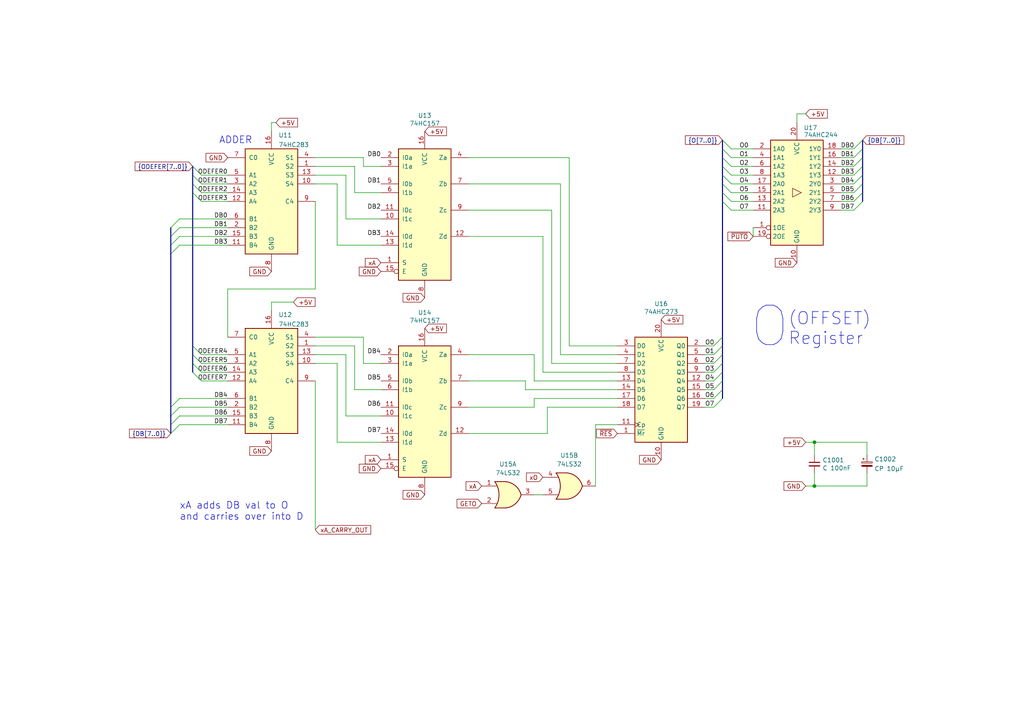
<source format=kicad_sch>
(kicad_sch (version 20231120) (generator "eeschema") (generator_version "8.0")
  (paper "A4")
  (title_block (title "Myth Microcontroller Project") (date "2024-09-21") (rev "1") (company "Picwok.com") (comment 1 "Project Contact: mim@ok-schalter.de (Michael)") (comment 2 "Author: Copyr. 2024 Michael Mangelsdorf/Dosflange@github") (comment 3 "Arithmetic-Logic Module (ALU)") (comment 4 "Offset Register (O)"))
  (lib_symbols
    (symbol "74xx:74AHC244"
      (property "Reference" "U" (at -7.62 16.51 0))
      (property "Value" "74AHC244" (at -7.62 -16.51 0))
      (symbol "74AHC244_1_0"
        (polyline (pts (xy 1.27 0) (xy -1.27 1.27) (xy -1.27 -1.27) (xy 1.27 0)) (stroke (width 0.1524)))
        (pin input inverted (at -12.7 -10.16 0) (length 5.08) (name "1OE") (number "1"))
        (pin power_in line (at 0 -20.32 90) (length 5.08) (name "GND") (number "10"))
        (pin input line (at -12.7 -5.08 0) (length 5.08) (name "2A3") (number "11"))
        (pin tri_state line (at 12.7 5.08 180) (length 5.08) (name "1Y3") (number "12"))
        (pin input line (at -12.7 -2.54 0) (length 5.08) (name "2A2") (number "13"))
        (pin tri_state line (at 12.7 7.62 180) (length 5.08) (name "1Y2") (number "14"))
        (pin input line (at -12.7 0 0) (length 5.08) (name "2A1") (number "15"))
        (pin tri_state line (at 12.7 10.16 180) (length 5.08) (name "1Y1") (number "16"))
        (pin input line (at -12.7 2.54 0) (length 5.08) (name "2A0") (number "17"))
        (pin tri_state line (at 12.7 12.7 180) (length 5.08) (name "1Y0") (number "18"))
        (pin input inverted (at -12.7 -12.7 0) (length 5.08) (name "2OE") (number "19"))
        (pin input line (at -12.7 12.7 0) (length 5.08) (name "1A0") (number "2"))
        (pin power_in line (at 0 20.32 270) (length 5.08) (name "VCC") (number "20"))
        (pin tri_state line (at 12.7 2.54 180) (length 5.08) (name "2Y0") (number "3"))
        (pin input line (at -12.7 10.16 0) (length 5.08) (name "1A1") (number "4"))
        (pin tri_state line (at 12.7 0 180) (length 5.08) (name "2Y1") (number "5"))
        (pin input line (at -12.7 7.62 0) (length 5.08) (name "1A2") (number "6"))
        (pin tri_state line (at 12.7 -2.54 180) (length 5.08) (name "2Y2") (number "7"))
        (pin input line (at -12.7 5.08 0) (length 5.08) (name "1A3") (number "8"))
        (pin tri_state line (at 12.7 -5.08 180) (length 5.08) (name "2Y3") (number "9"))
      )
      (symbol "74AHC244_1_1"
        (rectangle (start -7.62 15.24) (end 7.62 -15.24) (stroke (width 0.254)) (fill (type background)))
      )
    )
    (symbol "74xx:74HC273"
      (property "Reference" "U" (at -7.62 16.51 0))
      (property "Value" "74HC273" (at -7.62 -16.51 0))
      (symbol "74HC273_1_0"
        (pin input line (at -12.7 -12.7 0) (length 5.08) (name "~{Mr}") (number "1"))
        (pin power_in line (at 0 -20.32 90) (length 5.08) (name "GND") (number "10"))
        (pin input clock (at -12.7 -10.16 0) (length 5.08) (name "Cp") (number "11"))
        (pin output line (at 12.7 2.54 180) (length 5.08) (name "Q4") (number "12"))
        (pin input line (at -12.7 2.54 0) (length 5.08) (name "D4") (number "13"))
        (pin input line (at -12.7 0 0) (length 5.08) (name "D5") (number "14"))
        (pin output line (at 12.7 0 180) (length 5.08) (name "Q5") (number "15"))
        (pin output line (at 12.7 -2.54 180) (length 5.08) (name "Q6") (number "16"))
        (pin input line (at -12.7 -2.54 0) (length 5.08) (name "D6") (number "17"))
        (pin input line (at -12.7 -5.08 0) (length 5.08) (name "D7") (number "18"))
        (pin output line (at 12.7 -5.08 180) (length 5.08) (name "Q7") (number "19"))
        (pin output line (at 12.7 12.7 180) (length 5.08) (name "Q0") (number "2"))
        (pin power_in line (at 0 20.32 270) (length 5.08) (name "VCC") (number "20"))
        (pin input line (at -12.7 12.7 0) (length 5.08) (name "D0") (number "3"))
        (pin input line (at -12.7 10.16 0) (length 5.08) (name "D1") (number "4"))
        (pin output line (at 12.7 10.16 180) (length 5.08) (name "Q1") (number "5"))
        (pin output line (at 12.7 7.62 180) (length 5.08) (name "Q2") (number "6"))
        (pin input line (at -12.7 7.62 0) (length 5.08) (name "D2") (number "7"))
        (pin input line (at -12.7 5.08 0) (length 5.08) (name "D3") (number "8"))
        (pin output line (at 12.7 5.08 180) (length 5.08) (name "Q3") (number "9"))
      )
      (symbol "74HC273_1_1"
        (rectangle (start -7.62 15.24) (end 7.62 -15.24) (stroke (width 0.254)) (fill (type background)))
      )
    )
    (symbol "74xx:74LS157" (pin_names (offset 1.016))
      (property "Reference" "U" (at -7.62 19.05 0))
      (property "Value" "74LS157" (at -7.62 -21.59 0))
      (symbol "74LS157_1_0"
        (pin input line (at -12.7 -15.24 0) (length 5.08) (name "S") (number "1"))
        (pin input line (at -12.7 -2.54 0) (length 5.08) (name "I1c") (number "10"))
        (pin input line (at -12.7 0 0) (length 5.08) (name "I0c") (number "11"))
        (pin output line (at 12.7 -7.62 180) (length 5.08) (name "Zd") (number "12"))
        (pin input line (at -12.7 -10.16 0) (length 5.08) (name "I1d") (number "13"))
        (pin input line (at -12.7 -7.62 0) (length 5.08) (name "I0d") (number "14"))
        (pin input inverted (at -12.7 -17.78 0) (length 5.08) (name "E") (number "15"))
        (pin power_in line (at 0 22.86 270) (length 5.08) (name "VCC") (number "16"))
        (pin input line (at -12.7 15.24 0) (length 5.08) (name "I0a") (number "2"))
        (pin input line (at -12.7 12.7 0) (length 5.08) (name "I1a") (number "3"))
        (pin output line (at 12.7 15.24 180) (length 5.08) (name "Za") (number "4"))
        (pin input line (at -12.7 7.62 0) (length 5.08) (name "I0b") (number "5"))
        (pin input line (at -12.7 5.08 0) (length 5.08) (name "I1b") (number "6"))
        (pin output line (at 12.7 7.62 180) (length 5.08) (name "Zb") (number "7"))
        (pin power_in line (at 0 -25.4 90) (length 5.08) (name "GND") (number "8"))
        (pin output line (at 12.7 0 180) (length 5.08) (name "Zc") (number "9"))
      )
      (symbol "74LS157_1_1"
        (rectangle (start -7.62 17.78) (end 7.62 -20.32) (stroke (width 0.254)) (fill (type background)))
      )
    )
    (symbol "74xx:74LS283" (pin_names (offset 1.016))
      (property "Reference" "U" (at -7.62 16.51 0))
      (property "Value" "74LS283" (at -7.62 -16.51 0))
      (symbol "74LS283_1_0"
        (pin output line (at 12.7 10.16 180) (length 5.08) (name "S2") (number "1"))
        (pin output line (at 12.7 5.08 180) (length 5.08) (name "S4") (number "10"))
        (pin input line (at -12.7 -12.7 0) (length 5.08) (name "B4") (number "11"))
        (pin input line (at -12.7 0 0) (length 5.08) (name "A4") (number "12"))
        (pin output line (at 12.7 7.62 180) (length 5.08) (name "S3") (number "13"))
        (pin input line (at -12.7 2.54 0) (length 5.08) (name "A3") (number "14"))
        (pin input line (at -12.7 -10.16 0) (length 5.08) (name "B3") (number "15"))
        (pin power_in line (at 0 20.32 270) (length 5.08) (name "VCC") (number "16"))
        (pin input line (at -12.7 -7.62 0) (length 5.08) (name "B2") (number "2"))
        (pin input line (at -12.7 5.08 0) (length 5.08) (name "A2") (number "3"))
        (pin output line (at 12.7 12.7 180) (length 5.08) (name "S1") (number "4"))
        (pin input line (at -12.7 7.62 0) (length 5.08) (name "A1") (number "5"))
        (pin input line (at -12.7 -5.08 0) (length 5.08) (name "B1") (number "6"))
        (pin input line (at -12.7 12.7 0) (length 5.08) (name "C0") (number "7"))
        (pin power_in line (at 0 -20.32 90) (length 5.08) (name "GND") (number "8"))
        (pin output line (at 12.7 0 180) (length 5.08) (name "C4") (number "9"))
      )
      (symbol "74LS283_1_1"
        (rectangle (start -7.62 15.24) (end 7.62 -15.24) (stroke (width 0.254)) (fill (type background)))
      )
    )
    (symbol "74xx:74LS32" (pin_names (offset 1.016))
      (property "Reference" "U" (at 0 1.27 0))
      (property "Value" "74LS32" (at 0 -1.27 0))
      (symbol "74LS32_1_1"
        (arc (start -3.81 -3.81) (mid -2.589 0) (end -3.81 3.81) (stroke (width 0.254)))
        (arc (start -0.6096 -3.81) (mid 2.1855 -2.584) (end 3.81 0) (stroke (width 0.254)) (fill (type background)))
        (polyline (pts (xy -3.81 -3.81) (xy -0.635 -3.81)) (stroke (width 0.254)) (fill (type background)))
        (polyline (pts (xy -3.81 3.81) (xy -0.635 3.81)) (stroke (width 0.254)) (fill (type background)))
        (polyline (pts (xy -0.635 3.81) (xy -3.81 3.81) (xy -3.81 3.81) (xy -3.556 3.4036) (xy -3.0226 2.2606) (xy -2.6924 1.0414) (xy -2.6162 -0.254) (xy -2.7686 -1.4986) (xy -3.175 -2.7178) (xy -3.81 -3.81) (xy -3.81 -3.81) (xy -0.635 -3.81)) (stroke (width -25.4)) (fill (type background)))
        (arc (start 3.81 0) (mid 2.1928 2.5925) (end -0.6096 3.81) (stroke (width 0.254)) (fill (type background)))
        (pin input line (at -7.62 2.54 0) (length 4.318) (name "~") (number "1"))
        (pin input line (at -7.62 -2.54 0) (length 4.318) (name "~") (number "2"))
        (pin output line (at 7.62 0 180) (length 3.81) (name "~") (number "3"))
      )
      (symbol "74LS32_1_2"
        (arc (start 0 -3.81) (mid 3.7934 0) (end 0 3.81) (stroke (width 0.254)) (fill (type background)))
        (polyline (pts (xy 0 3.81) (xy -3.81 3.81) (xy -3.81 -3.81) (xy 0 -3.81)) (stroke (width 0.254)) (fill (type background)))
        (pin input inverted (at -7.62 2.54 0) (length 3.81) (name "~") (number "1"))
        (pin input inverted (at -7.62 -2.54 0) (length 3.81) (name "~") (number "2"))
        (pin output inverted (at 7.62 0 180) (length 3.81) (name "~") (number "3"))
      )
      (symbol "74LS32_2_1"
        (arc (start -3.81 -3.81) (mid -2.589 0) (end -3.81 3.81) (stroke (width 0.254)))
        (arc (start -0.6096 -3.81) (mid 2.1855 -2.584) (end 3.81 0) (stroke (width 0.254)) (fill (type background)))
        (polyline (pts (xy -3.81 -3.81) (xy -0.635 -3.81)) (stroke (width 0.254)) (fill (type background)))
        (polyline (pts (xy -3.81 3.81) (xy -0.635 3.81)) (stroke (width 0.254)) (fill (type background)))
        (polyline (pts (xy -0.635 3.81) (xy -3.81 3.81) (xy -3.81 3.81) (xy -3.556 3.4036) (xy -3.0226 2.2606) (xy -2.6924 1.0414) (xy -2.6162 -0.254) (xy -2.7686 -1.4986) (xy -3.175 -2.7178) (xy -3.81 -3.81) (xy -3.81 -3.81) (xy -0.635 -3.81)) (stroke (width -25.4)) (fill (type background)))
        (arc (start 3.81 0) (mid 2.1928 2.5925) (end -0.6096 3.81) (stroke (width 0.254)) (fill (type background)))
        (pin input line (at -7.62 2.54 0) (length 4.318) (name "~") (number "4"))
        (pin input line (at -7.62 -2.54 0) (length 4.318) (name "~") (number "5"))
        (pin output line (at 7.62 0 180) (length 3.81) (name "~") (number "6"))
      )
      (symbol "74LS32_2_2"
        (arc (start 0 -3.81) (mid 3.7934 0) (end 0 3.81) (stroke (width 0.254)) (fill (type background)))
        (polyline (pts (xy 0 3.81) (xy -3.81 3.81) (xy -3.81 -3.81) (xy 0 -3.81)) (stroke (width 0.254)) (fill (type background)))
        (pin input inverted (at -7.62 2.54 0) (length 3.81) (name "~") (number "4"))
        (pin input inverted (at -7.62 -2.54 0) (length 3.81) (name "~") (number "5"))
        (pin output inverted (at 7.62 0 180) (length 3.81) (name "~") (number "6"))
      )
      (symbol "74LS32_3_1"
        (arc (start -3.81 -3.81) (mid -2.589 0) (end -3.81 3.81) (stroke (width 0.254)))
        (arc (start -0.6096 -3.81) (mid 2.1855 -2.584) (end 3.81 0) (stroke (width 0.254)) (fill (type background)))
        (polyline (pts (xy -3.81 -3.81) (xy -0.635 -3.81)) (stroke (width 0.254)) (fill (type background)))
        (polyline (pts (xy -3.81 3.81) (xy -0.635 3.81)) (stroke (width 0.254)) (fill (type background)))
        (polyline (pts (xy -0.635 3.81) (xy -3.81 3.81) (xy -3.81 3.81) (xy -3.556 3.4036) (xy -3.0226 2.2606) (xy -2.6924 1.0414) (xy -2.6162 -0.254) (xy -2.7686 -1.4986) (xy -3.175 -2.7178) (xy -3.81 -3.81) (xy -3.81 -3.81) (xy -0.635 -3.81)) (stroke (width -25.4)) (fill (type background)))
        (arc (start 3.81 0) (mid 2.1928 2.5925) (end -0.6096 3.81) (stroke (width 0.254)) (fill (type background)))
        (pin input line (at -7.62 -2.54 0) (length 4.318) (name "~") (number "10"))
        (pin output line (at 7.62 0 180) (length 3.81) (name "~") (number "8"))
        (pin input line (at -7.62 2.54 0) (length 4.318) (name "~") (number "9"))
      )
      (symbol "74LS32_3_2"
        (arc (start 0 -3.81) (mid 3.7934 0) (end 0 3.81) (stroke (width 0.254)) (fill (type background)))
        (polyline (pts (xy 0 3.81) (xy -3.81 3.81) (xy -3.81 -3.81) (xy 0 -3.81)) (stroke (width 0.254)) (fill (type background)))
        (pin input inverted (at -7.62 -2.54 0) (length 3.81) (name "~") (number "10"))
        (pin output inverted (at 7.62 0 180) (length 3.81) (name "~") (number "8"))
        (pin input inverted (at -7.62 2.54 0) (length 3.81) (name "~") (number "9"))
      )
      (symbol "74LS32_4_1"
        (arc (start -3.81 -3.81) (mid -2.589 0) (end -3.81 3.81) (stroke (width 0.254)))
        (arc (start -0.6096 -3.81) (mid 2.1855 -2.584) (end 3.81 0) (stroke (width 0.254)) (fill (type background)))
        (polyline (pts (xy -3.81 -3.81) (xy -0.635 -3.81)) (stroke (width 0.254)) (fill (type background)))
        (polyline (pts (xy -3.81 3.81) (xy -0.635 3.81)) (stroke (width 0.254)) (fill (type background)))
        (polyline (pts (xy -0.635 3.81) (xy -3.81 3.81) (xy -3.81 3.81) (xy -3.556 3.4036) (xy -3.0226 2.2606) (xy -2.6924 1.0414) (xy -2.6162 -0.254) (xy -2.7686 -1.4986) (xy -3.175 -2.7178) (xy -3.81 -3.81) (xy -3.81 -3.81) (xy -0.635 -3.81)) (stroke (width -25.4)) (fill (type background)))
        (arc (start 3.81 0) (mid 2.1928 2.5925) (end -0.6096 3.81) (stroke (width 0.254)) (fill (type background)))
        (pin output line (at 7.62 0 180) (length 3.81) (name "~") (number "11"))
        (pin input line (at -7.62 2.54 0) (length 4.318) (name "~") (number "12"))
        (pin input line (at -7.62 -2.54 0) (length 4.318) (name "~") (number "13"))
      )
      (symbol "74LS32_4_2"
        (arc (start 0 -3.81) (mid 3.7934 0) (end 0 3.81) (stroke (width 0.254)) (fill (type background)))
        (polyline (pts (xy 0 3.81) (xy -3.81 3.81) (xy -3.81 -3.81) (xy 0 -3.81)) (stroke (width 0.254)) (fill (type background)))
        (pin output inverted (at 7.62 0 180) (length 3.81) (name "~") (number "11"))
        (pin input inverted (at -7.62 2.54 0) (length 3.81) (name "~") (number "12"))
        (pin input inverted (at -7.62 -2.54 0) (length 3.81) (name "~") (number "13"))
      )
      (symbol "74LS32_5_0"
        (pin power_in line (at 0 12.7 270) (length 5.08) (name "VCC") (number "14"))
        (pin power_in line (at 0 -12.7 90) (length 5.08) (name "GND") (number "7"))
      )
      (symbol "74LS32_5_1"
        (rectangle (start -5.08 7.62) (end 5.08 -7.62) (stroke (width 0.254)) (fill (type background)))
      )
    )
    (symbol "Device:C_Polarized_Small" (pin_numbers hide) (pin_names (offset 0.254) hide)
      (property "Reference" "C" (at 0.254 1.778 0))
      (property "Value" "C_Polarized_Small" (at 0.254 -2.032 0))
      (symbol "C_Polarized_Small_0_1"
        (rectangle (start -1.524 -0.3048) (end 1.524 -0.6858) (fill (type outline)))
        (rectangle (start -1.524 0.6858) (end 1.524 0.3048))
        (polyline (pts (xy -1.27 1.524) (xy -0.762 1.524)))
        (polyline (pts (xy -1.016 1.27) (xy -1.016 1.778)))
      )
      (symbol "C_Polarized_Small_1_1"
        (pin passive line (at 0 2.54 270) (length 1.8542) (name "~") (number "1"))
        (pin passive line (at 0 -2.54 90) (length 1.8542) (name "~") (number "2"))
      )
    )
    (symbol "Device:C_Small" (pin_numbers hide) (pin_names (offset 0.254) hide)
      (property "Reference" "C" (at 0.254 1.778 0))
      (property "Value" "C_Small" (at 0.254 -2.032 0))
      (symbol "C_Small_0_1"
        (polyline (pts (xy -1.524 -0.508) (xy 1.524 -0.508)) (stroke (width 0.3302)))
        (polyline (pts (xy -1.524 0.508) (xy 1.524 0.508)) (stroke (width 0.3048)))
      )
      (symbol "C_Small_1_1"
        (pin passive line (at 0 2.54 270) (length 2.032) (name "~") (number "1"))
        (pin passive line (at 0 -2.54 90) (length 2.032) (name "~") (number "2"))
      )
    )
  )
  (junction (at 236.22 128.27))
  (junction (at 236.22 140.97))
  (bus_entry (at 247.65 58.42) (size 2.54 -2.54))
  (bus_entry (at 207.01 113.03) (size 2.54 -2.54))
  (bus_entry (at 207.01 107.95) (size 2.54 -2.54))
  (bus_entry (at 207.01 105.41) (size 2.54 -2.54))
  (bus_entry (at 247.65 55.88) (size 2.54 -2.54))
  (bus_entry (at 58.42 107.95) (size -2.54 -2.54))
  (bus_entry (at 212.09 53.34) (size -2.54 -2.54))
  (bus_entry (at 49.53 125.73) (size 2.54 -2.54))
  (bus_entry (at 212.09 45.72) (size -2.54 -2.54))
  (bus_entry (at 49.53 71.12) (size 2.54 -2.54))
  (bus_entry (at 207.01 118.11) (size 2.54 -2.54))
  (bus_entry (at 207.01 115.57) (size 2.54 -2.54))
  (bus_entry (at 247.65 50.8) (size 2.54 -2.54))
  (bus_entry (at 49.53 120.65) (size 2.54 -2.54))
  (bus_entry (at 58.42 58.42) (size -2.54 -2.54))
  (bus_entry (at 247.65 45.72) (size 2.54 -2.54))
  (bus_entry (at 207.01 102.87) (size 2.54 -2.54))
  (bus_entry (at 247.65 43.18) (size 2.54 -2.54))
  (bus_entry (at 49.53 123.19) (size 2.54 -2.54))
  (bus_entry (at 247.65 60.96) (size 2.54 -2.54))
  (bus_entry (at 49.53 66.04) (size 2.54 -2.54))
  (bus_entry (at 58.42 110.49) (size -2.54 -2.54))
  (bus_entry (at 212.09 48.26) (size -2.54 -2.54))
  (bus_entry (at 212.09 43.18) (size -2.54 -2.54))
  (bus_entry (at 49.53 68.58) (size 2.54 -2.54))
  (bus_entry (at 247.65 53.34) (size 2.54 -2.54))
  (bus_entry (at 58.42 55.88) (size -2.54 -2.54))
  (bus_entry (at 58.42 50.8) (size -2.54 -2.54))
  (bus_entry (at 212.09 58.42) (size -2.54 -2.54))
  (bus_entry (at 58.42 53.34) (size -2.54 -2.54))
  (bus_entry (at 207.01 100.33) (size 2.54 -2.54))
  (bus_entry (at 212.09 55.88) (size -2.54 -2.54))
  (bus_entry (at 212.09 60.96) (size -2.54 -2.54))
  (bus_entry (at 212.09 50.8) (size -2.54 -2.54))
  (bus_entry (at 49.53 73.66) (size 2.54 -2.54))
  (bus_entry (at 58.42 105.41) (size -2.54 -2.54))
  (bus_entry (at 49.53 118.11) (size 2.54 -2.54))
  (bus_entry (at 207.01 110.49) (size 2.54 -2.54))
  (bus_entry (at 247.65 48.26) (size 2.54 -2.54))
  (bus_entry (at 58.42 102.87) (size -2.54 -2.54))
  (bus (pts (xy 49.53 71.12) (xy 49.53 73.66)))
  (wire (pts (xy 165.1 45.72) (xy 135.89 45.72)))
  (wire (pts (xy 91.44 105.41) (xy 97.79 105.41)))
  (bus (pts (xy 49.53 118.11) (xy 49.53 120.65)))
  (bus (pts (xy 55.88 50.8) (xy 55.88 53.34)))
  (wire (pts (xy 231.14 33.02) (xy 231.14 35.56)))
  (bus (pts (xy 49.53 68.58) (xy 49.53 71.12)))
  (bus (pts (xy 250.19 50.8) (xy 250.19 53.34)))
  (wire (pts (xy 179.07 100.33) (xy 165.1 100.33)))
  (wire (pts (xy 152.4 113.03) (xy 152.4 110.49)))
  (wire (pts (xy 52.07 71.12) (xy 66.04 71.12)))
  (wire (pts (xy 58.42 58.42) (xy 66.04 58.42)))
  (wire (pts (xy 135.89 118.11) (xy 154.94 118.11)))
  (wire (pts (xy 102.87 48.26) (xy 91.44 48.26)))
  (wire (pts (xy 165.1 100.33) (xy 165.1 45.72)))
  (wire (pts (xy 204.47 107.95) (xy 207.01 107.95)))
  (wire (pts (xy 179.07 105.41) (xy 160.02 105.41)))
  (wire (pts (xy 204.47 102.87) (xy 207.01 102.87)))
  (bus (pts (xy 209.55 107.95) (xy 209.55 110.49)))
  (wire (pts (xy 157.48 107.95) (xy 157.48 68.58)))
  (wire (pts (xy 158.75 118.11) (xy 158.75 125.73)))
  (bus (pts (xy 55.88 102.87) (xy 55.88 105.41)))
  (wire (pts (xy 243.84 50.8) (xy 247.65 50.8)))
  (wire (pts (xy 52.07 115.57) (xy 66.04 115.57)))
  (wire (pts (xy 160.02 105.41) (xy 160.02 60.96)))
  (wire (pts (xy 110.49 63.5) (xy 100.33 63.5)))
  (wire (pts (xy 212.09 50.8) (xy 218.44 50.8)))
  (wire (pts (xy 58.42 53.34) (xy 66.04 53.34)))
  (wire (pts (xy 212.09 48.26) (xy 218.44 48.26)))
  (wire (pts (xy 204.47 118.11) (xy 207.01 118.11)))
  (wire (pts (xy 154.94 118.11) (xy 154.94 115.57)))
  (wire (pts (xy 233.68 128.27) (xy 236.22 128.27)))
  (bus (pts (xy 209.55 97.79) (xy 209.55 100.33)))
  (bus (pts (xy 250.19 40.64) (xy 250.19 43.18)))
  (wire (pts (xy 179.07 113.03) (xy 152.4 113.03)))
  (bus (pts (xy 209.55 40.64) (xy 209.55 43.18)))
  (wire (pts (xy 236.22 128.27) (xy 251.46 128.27)))
  (wire (pts (xy 52.07 68.58) (xy 66.04 68.58)))
  (wire (pts (xy 78.74 35.56) (xy 78.74 38.1)))
  (bus (pts (xy 209.55 50.8) (xy 209.55 53.34)))
  (wire (pts (xy 204.47 110.49) (xy 207.01 110.49)))
  (wire (pts (xy 160.02 60.96) (xy 135.89 60.96)))
  (wire (pts (xy 236.22 140.97) (xy 251.46 140.97)))
  (wire (pts (xy 204.47 100.33) (xy 207.01 100.33)))
  (wire (pts (xy 179.07 102.87) (xy 162.56 102.87)))
  (bus (pts (xy 209.55 102.87) (xy 209.55 105.41)))
  (bus (pts (xy 250.19 53.34) (xy 250.19 55.88)))
  (wire (pts (xy 105.41 97.79) (xy 91.44 97.79)))
  (wire (pts (xy 204.47 115.57) (xy 207.01 115.57)))
  (wire (pts (xy 251.46 132.08) (xy 251.46 128.27)))
  (bus (pts (xy 209.55 113.03) (xy 209.55 115.57)))
  (wire (pts (xy 58.42 105.41) (xy 66.04 105.41)))
  (wire (pts (xy 110.49 55.88) (xy 102.87 55.88)))
  (bus (pts (xy 209.55 100.33) (xy 209.55 102.87)))
  (wire (pts (xy 97.79 128.27) (xy 110.49 128.27)))
  (wire (pts (xy 243.84 58.42) (xy 247.65 58.42)))
  (bus (pts (xy 209.55 45.72) (xy 209.55 48.26)))
  (bus (pts (xy 55.88 53.34) (xy 55.88 55.88)))
  (wire (pts (xy 52.07 63.5) (xy 66.04 63.5)))
  (bus (pts (xy 49.53 120.65) (xy 49.53 123.19)))
  (bus (pts (xy 209.55 110.49) (xy 209.55 113.03)))
  (bus (pts (xy 250.19 48.26) (xy 250.19 50.8)))
  (wire (pts (xy 102.87 55.88) (xy 102.87 48.26)))
  (wire (pts (xy 154.94 102.87) (xy 135.89 102.87)))
  (wire (pts (xy 243.84 55.88) (xy 247.65 55.88)))
  (wire (pts (xy 66.04 83.82) (xy 66.04 97.79)))
  (bus (pts (xy 209.55 105.41) (xy 209.55 107.95)))
  (wire (pts (xy 58.42 102.87) (xy 66.04 102.87)))
  (wire (pts (xy 91.44 53.34) (xy 97.79 53.34)))
  (wire (pts (xy 102.87 113.03) (xy 102.87 100.33)))
  (wire (pts (xy 212.09 60.96) (xy 218.44 60.96)))
  (bus (pts (xy 209.55 53.34) (xy 209.55 55.88)))
  (wire (pts (xy 97.79 105.41) (xy 97.79 128.27)))
  (wire (pts (xy 102.87 100.33) (xy 91.44 100.33)))
  (wire (pts (xy 97.79 71.12) (xy 110.49 71.12)))
  (bus (pts (xy 209.55 58.42) (xy 209.55 97.79)))
  (bus (pts (xy 250.19 43.18) (xy 250.19 45.72)))
  (wire (pts (xy 78.74 87.63) (xy 85.09 87.63)))
  (wire (pts (xy 179.07 107.95) (xy 157.48 107.95)))
  (wire (pts (xy 52.07 123.19) (xy 66.04 123.19)))
  (wire (pts (xy 204.47 105.41) (xy 207.01 105.41)))
  (wire (pts (xy 78.74 87.63) (xy 78.74 90.17)))
  (bus (pts (xy 49.53 66.04) (xy 49.53 68.58)))
  (bus (pts (xy 250.19 45.72) (xy 250.19 48.26)))
  (wire (pts (xy 152.4 110.49) (xy 135.89 110.49)))
  (wire (pts (xy 58.42 107.95) (xy 66.04 107.95)))
  (bus (pts (xy 55.88 105.41) (xy 55.88 107.95)))
  (bus (pts (xy 55.88 55.88) (xy 55.88 100.33)))
  (wire (pts (xy 179.07 110.49) (xy 154.94 110.49)))
  (wire (pts (xy 97.79 53.34) (xy 97.79 71.12)))
  (wire (pts (xy 212.09 58.42) (xy 218.44 58.42)))
  (wire (pts (xy 154.94 115.57) (xy 179.07 115.57)))
  (wire (pts (xy 58.42 55.88) (xy 66.04 55.88)))
  (wire (pts (xy 110.49 48.26) (xy 105.41 48.26)))
  (bus (pts (xy 209.55 55.88) (xy 209.55 58.42)))
  (wire (pts (xy 212.09 45.72) (xy 218.44 45.72)))
  (wire (pts (xy 154.94 110.49) (xy 154.94 102.87)))
  (bus (pts (xy 55.88 48.26) (xy 55.88 50.8)))
  (wire (pts (xy 218.44 66.04) (xy 218.44 68.58)))
  (wire (pts (xy 154.94 143.51) (xy 157.48 143.51)))
  (wire (pts (xy 204.47 113.03) (xy 207.01 113.03)))
  (wire (pts (xy 105.41 45.72) (xy 91.44 45.72)))
  (wire (pts (xy 158.75 125.73) (xy 135.89 125.73)))
  (wire (pts (xy 179.07 118.11) (xy 158.75 118.11)))
  (wire (pts (xy 233.68 140.97) (xy 236.22 140.97)))
  (wire (pts (xy 105.41 105.41) (xy 105.41 97.79)))
  (wire (pts (xy 212.09 53.34) (xy 218.44 53.34)))
  (wire (pts (xy 157.48 68.58) (xy 135.89 68.58)))
  (wire (pts (xy 100.33 102.87) (xy 91.44 102.87)))
  (wire (pts (xy 212.09 43.18) (xy 218.44 43.18)))
  (wire (pts (xy 243.84 48.26) (xy 247.65 48.26)))
  (wire (pts (xy 100.33 63.5) (xy 100.33 50.8)))
  (wire (pts (xy 91.44 83.82) (xy 66.04 83.82)))
  (bus (pts (xy 49.53 73.66) (xy 49.53 118.11)))
  (wire (pts (xy 52.07 66.04) (xy 66.04 66.04)))
  (wire (pts (xy 110.49 120.65) (xy 100.33 120.65)))
  (wire (pts (xy 243.84 45.72) (xy 247.65 45.72)))
  (wire (pts (xy 212.09 55.88) (xy 218.44 55.88)))
  (wire (pts (xy 100.33 120.65) (xy 100.33 102.87)))
  (wire (pts (xy 110.49 105.41) (xy 105.41 105.41)))
  (wire (pts (xy 58.42 50.8) (xy 66.04 50.8)))
  (bus (pts (xy 250.19 55.88) (xy 250.19 58.42)))
  (wire (pts (xy 91.44 110.49) (xy 91.44 153.67)))
  (wire (pts (xy 243.84 53.34) (xy 247.65 53.34)))
  (wire (pts (xy 100.33 50.8) (xy 91.44 50.8)))
  (wire (pts (xy 162.56 102.87) (xy 162.56 53.34)))
  (wire (pts (xy 231.14 33.02) (xy 233.68 33.02)))
  (wire (pts (xy 236.22 137.16) (xy 236.22 140.97)))
  (bus (pts (xy 209.55 43.18) (xy 209.55 45.72)))
  (wire (pts (xy 243.84 60.96) (xy 247.65 60.96)))
  (bus (pts (xy 209.55 48.26) (xy 209.55 50.8)))
  (bus (pts (xy 49.53 123.19) (xy 49.53 125.73)))
  (wire (pts (xy 243.84 43.18) (xy 247.65 43.18)))
  (bus (pts (xy 55.88 100.33) (xy 55.88 102.87)))
  (wire (pts (xy 91.44 58.42) (xy 91.44 83.82)))
  (wire (pts (xy 105.41 48.26) (xy 105.41 45.72)))
  (wire (pts (xy 172.72 123.19) (xy 179.07 123.19)))
  (wire (pts (xy 78.74 35.56) (xy 80.01 35.56)))
  (wire (pts (xy 58.42 110.49) (xy 66.04 110.49)))
  (wire (pts (xy 52.07 120.65) (xy 66.04 120.65)))
  (wire (pts (xy 172.72 123.19) (xy 172.72 140.97)))
  (wire (pts (xy 236.22 132.08) (xy 236.22 128.27)))
  (wire (pts (xy 52.07 118.11) (xy 66.04 118.11)))
  (wire (pts (xy 162.56 53.34) (xy 135.89 53.34)))
  (wire (pts (xy 251.46 137.16) (xy 251.46 140.97)))
  (wire (pts (xy 110.49 113.03) (xy 102.87 113.03)))
  (text "O" (at 217.17 101.6 0) (effects (font (size 11.43 11.43)) (justify left bottom)))
  (text "xA adds DB val to O\nand carries over into D" (at 52.07 151.13 0) (effects (font (size 2 2)) (justify left bottom)))
  (text "ADDER" (at 63.5 41.91 0) (effects (font (size 2 2)) (justify left bottom)))
  (text "(OFFSET)\nRegister" (at 228.6 100.33 0) (effects (font (size 3.556 3.556)) (justify left bottom)))
  (label "O1" (at 204.47 102.87 0))
  (label "DB7" (at 66.04 123.19 180))
  (label "O6" (at 204.47 115.57 0))
  (label "DB3" (at 243.84 50.8 0))
  (label "O5" (at 217.17 55.88 180))
  (label "O2" (at 204.47 105.41 0))
  (label "O0" (at 217.17 43.18 180))
  (label "DB4" (at 110.49 102.87 180))
  (label "ODEFER2" (at 66.04 55.88 180))
  (label "ODEFER5" (at 66.04 105.41 180))
  (label "DB4" (at 66.04 115.57 180))
  (label "DB0" (at 243.84 43.18 0))
  (label "O0" (at 204.47 100.33 0))
  (label "DB1" (at 110.49 53.34 180))
  (label "O2" (at 217.17 48.26 180))
  (label "DB2" (at 66.04 68.58 180))
  (label "ODEFER0" (at 66.04 50.8 180))
  (label "ODEFER1" (at 66.04 53.34 180))
  (label "DB5" (at 110.49 110.49 180))
  (label "DB6" (at 66.04 120.65 180))
  (label "O4" (at 217.17 53.34 180))
  (label "O4" (at 204.47 110.49 0))
  (label "DB7" (at 243.84 60.96 0))
  (label "DB4" (at 243.84 53.34 0))
  (label "DB6" (at 110.49 118.11 180))
  (label "ODEFER3" (at 66.04 58.42 180))
  (label "O6" (at 217.17 58.42 180))
  (label "DB2" (at 243.84 48.26 0))
  (label "DB1" (at 66.04 66.04 180))
  (label "DB1" (at 243.84 45.72 0))
  (label "DB6" (at 243.84 58.42 0))
  (label "DB0" (at 110.49 45.72 180))
  (label "O3" (at 204.47 107.95 0))
  (label "ODEFER4" (at 66.04 102.87 180))
  (label "DB3" (at 110.49 68.58 180))
  (label "DB2" (at 110.49 60.96 180))
  (label "ODEFER7" (at 66.04 110.49 180))
  (label "O7" (at 217.17 60.96 180))
  (label "O1" (at 217.17 45.72 180))
  (label "DB0" (at 66.04 63.5 180))
  (label "O3" (at 217.17 50.8 180))
  (label "O7" (at 204.47 118.11 0))
  (label "DB5" (at 66.04 118.11 180))
  (label "DB7" (at 110.49 125.73 180))
  (label "O5" (at 204.47 113.03 0))
  (label "DB5" (at 243.84 55.88 0))
  (label "DB3" (at 66.04 71.12 180))
  (label "ODEFER6" (at 66.04 107.95 180))
  (global_label "GND" (shape input) (at 231.14 76.2 180) (property "Intersheetrefs" "${INTERSHEET_REFS}" (effects (hide yes))))
  (global_label "xO" (shape input) (at 157.48 138.43 180) (property "Intersheetrefs" "${INTERSHEET_REFS}" (effects (hide yes))))
  (global_label "+5V" (shape input) (at 85.09 87.63 0) (property "Intersheetrefs" "${INTERSHEET_REFS}" (effects (hide yes))))
  (global_label "xA" (shape input) (at 110.49 76.2 180) (property "Intersheetrefs" "${INTERSHEET_REFS}" (effects (hide yes))))
  (global_label "{ODEFER[7..0]}" (shape input) (at 55.88 48.26 180) (property "Intersheetrefs" "${INTERSHEET_REFS}" (effects (hide yes))))
  (global_label "+5V" (shape input) (at 191.77 92.71 0) (property "Intersheetrefs" "${INTERSHEET_REFS}" (effects (hide yes))))
  (global_label "xA_CARRY_OUT" (shape input) (at 91.44 153.67 0) (property "Intersheetrefs" "${INTERSHEET_REFS}" (effects (hide yes))))
  (global_label "+5V" (shape input) (at 233.68 33.02 0) (property "Intersheetrefs" "${INTERSHEET_REFS}" (effects (hide yes))))
  (global_label "GND" (shape input) (at 110.49 78.74 180) (property "Intersheetrefs" "${INTERSHEET_REFS}" (effects (hide yes))))
  (global_label "GND" (shape input) (at 78.74 130.81 180) (property "Intersheetrefs" "${INTERSHEET_REFS}" (effects (hide yes))))
  (global_label "{DB[7..0]}" (shape input) (at 49.53 125.73 180) (property "Intersheetrefs" "${INTERSHEET_REFS}" (effects (hide yes))))
  (global_label "GND" (shape input) (at 123.19 143.51 180) (property "Intersheetrefs" "${INTERSHEET_REFS}" (effects (hide yes))))
  (global_label "+5V" (shape input) (at 80.01 35.56 0) (property "Intersheetrefs" "${INTERSHEET_REFS}" (effects (hide yes))))
  (global_label "~{RES}" (shape input) (at 179.07 125.73 180) (property "Intersheetrefs" "${INTERSHEET_REFS}" (effects (hide yes))))
  (global_label "GND" (shape input) (at 191.77 133.35 180) (property "Intersheetrefs" "${INTERSHEET_REFS}" (effects (hide yes))))
  (global_label "GND" (shape input) (at 110.49 135.89 180) (property "Intersheetrefs" "${INTERSHEET_REFS}" (effects (hide yes))))
  (global_label "{O[7..0]}" (shape input) (at 209.55 40.64 180) (property "Intersheetrefs" "${INTERSHEET_REFS}" (effects (hide yes))))
  (global_label "GND" (shape input) (at 233.68 140.97 180) (property "Intersheetrefs" "${INTERSHEET_REFS}" (effects (hide yes))))
  (global_label "xA" (shape input) (at 139.7 140.97 180) (property "Intersheetrefs" "${INTERSHEET_REFS}" (effects (hide yes))))
  (global_label "+5V" (shape input) (at 233.68 128.27 180) (property "Intersheetrefs" "${INTERSHEET_REFS}" (effects (hide yes))))
  (global_label "GND" (shape input) (at 78.74 78.74 180) (property "Intersheetrefs" "${INTERSHEET_REFS}" (effects (hide yes))))
  (global_label "~{PUTO}" (shape input) (at 218.44 68.58 180) (property "Intersheetrefs" "${INTERSHEET_REFS}" (effects (hide yes))))
  (global_label "{DB[7..0]}" (shape input) (at 250.19 40.64 0) (property "Intersheetrefs" "${INTERSHEET_REFS}" (effects (hide yes))))
  (global_label "+5V" (shape input) (at 123.19 38.1 0) (property "Intersheetrefs" "${INTERSHEET_REFS}" (effects (hide yes))))
  (global_label "GND" (shape input) (at 123.19 86.36 180) (property "Intersheetrefs" "${INTERSHEET_REFS}" (effects (hide yes))))
  (global_label "+5V" (shape input) (at 123.19 95.25 0) (property "Intersheetrefs" "${INTERSHEET_REFS}" (effects (hide yes))))
  (global_label "GETO" (shape input) (at 139.7 146.05 180) (property "Intersheetrefs" "${INTERSHEET_REFS}" (effects (hide yes))))
  (global_label "GND" (shape input) (at 66.04 45.72 180) (property "Intersheetrefs" "${INTERSHEET_REFS}" (effects (hide yes))))
  (global_label "xA" (shape input) (at 110.49 133.35 180) (property "Intersheetrefs" "${INTERSHEET_REFS}" (effects (hide yes))))
  (symbol (lib_id "74xx:74LS157") (at 123.19 118.11 0) (unit 1)
    (property "Reference" "U14" (at 123.19 90.6526 0))
    (property "Value" "74HC157" (at 123.19 92.964 0))
    (property "Footprint" "Package_DIP:DIP-16_W7.62mm_Socket_LongPads" (effects (hide yes)))
    (property "Datasheet" "https://assets.nexperia.com/documents/data-sheet/74AHC_AHCT04.pdf" (effects (hide yes)))
  )
  (symbol (lib_id "74xx:74LS283") (at 78.74 110.49 0) (unit 1)
    (property "Reference" "U12" (at 80.7594 91.2835 0) (effects (justify left)))
    (property "Value" "74HC283" (at 80.7594 94.0586 0) (effects (justify left)))
    (property "Footprint" "Package_DIP:DIP-16_W7.62mm_Socket_LongPads" (effects (hide yes)))
    (property "Datasheet" "http://www.ti.com/lit/gpn/sn74LS283" (effects (hide yes)))
  )
  (symbol (lib_id "74xx:74LS157") (at 123.19 60.96 0) (unit 1)
    (property "Reference" "U13" (at 123.19 33.5026 0))
    (property "Value" "74HC157" (at 123.19 35.814 0))
    (property "Footprint" "Package_DIP:DIP-16_W7.62mm_Socket_LongPads" (effects (hide yes)))
    (property "Datasheet" "https://assets.nexperia.com/documents/data-sheet/74AHC_AHCT04.pdf" (effects (hide yes)))
  )
  (symbol (lib_id "74xx:74LS32") (at 165.1 140.97 0) (unit 2)
    (property "Reference" "U15" (at 165.1 132.08 0))
    (property "Value" "74LS32" (at 165.1 134.62 0))
    (property "Footprint" "Package_DIP:DIP-14_W7.62mm_Socket_LongPads" (effects (hide yes)))
    (property "Datasheet" "http://www.ti.com/lit/gpn/sn74LS32" (effects (hide yes)))
    (property "Description" "Quad 2-input OR" (effects (hide yes)))
  )
  (symbol (lib_id "74xx:74LS283") (at 78.74 58.42 0) (unit 1)
    (property "Reference" "U11" (at 80.7594 39.2135 0) (effects (justify left)))
    (property "Value" "74HC283" (at 80.7594 41.9886 0) (effects (justify left)))
    (property "Footprint" "Package_DIP:DIP-16_W7.62mm_Socket_LongPads" (effects (hide yes)))
    (property "Datasheet" "http://www.ti.com/lit/gpn/sn74LS283" (effects (hide yes)))
  )
  (symbol (lib_id "74xx:74LS32") (at 147.32 143.51 0) (unit 1)
    (property "Reference" "U15" (at 147.32 134.62 0))
    (property "Value" "74LS32" (at 147.32 137.16 0))
    (property "Footprint" "Package_DIP:DIP-14_W7.62mm_Socket_LongPads" (effects (hide yes)))
    (property "Datasheet" "http://www.ti.com/lit/gpn/sn74LS32" (effects (hide yes)))
    (property "Description" "Quad 2-input OR" (effects (hide yes)))
  )
  (symbol (lib_id "Device:C_Polarized_Small") (at 251.46 134.62 0) (unit 1)
    (property "Reference" "C1002" (at 253.619 133.1654 0) (effects (justify left)))
    (property "Value" "CP 10μF" (at 253.619 135.9405 0) (effects (justify left)))
    (property "Footprint" "Capacitor_THT:CP_Radial_D6.3mm_P2.50mm" (effects (hide yes)))
  )
  (symbol (lib_id "Device:C_Small") (at 236.22 134.62 0) (unit 1)
    (property "Reference" "C1001" (at 238.5568 133.4516 0) (effects (justify left)))
    (property "Value" "C 100nF" (at 238.5568 135.763 0) (effects (justify left)))
    (property "Footprint" "Capacitor_THT:C_Disc_D5.0mm_W2.5mm_P2.50mm" (effects (hide yes)))
  )
  (symbol (lib_id "74xx:74HC273") (at 191.77 113.03 0) (unit 1)
    (property "Reference" "U16" (at 191.77 88.1126 0))
    (property "Value" "74AHC273" (at 191.77 90.424 0))
    (property "Footprint" "Package_DIP:DIP-20_W7.62mm_Socket_LongPads" (effects (hide yes)))
    (property "Datasheet" "https://assets.nexperia.com/documents/data-sheet/74HC_HCT273.pdf" (effects (hide yes)))
  )
  (symbol (lib_id "74xx:74AHC244") (at 231.14 55.88 0) (unit 1)
    (property "Reference" "U17" (at 233.0959 37.06 0) (effects (justify left)))
    (property "Value" "74AHC244" (at 233.0959 39.108 0) (effects (justify left)))
    (property "Footprint" "Package_DIP:DIP-20_W7.62mm_Socket_LongPads" (effects (hide yes)))
    (property "Datasheet" "https://assets.nexperia.com/documents/data-sheet/74AHC_AHCT244.pdf" (effects (hide yes)))
  )
)
</source>
